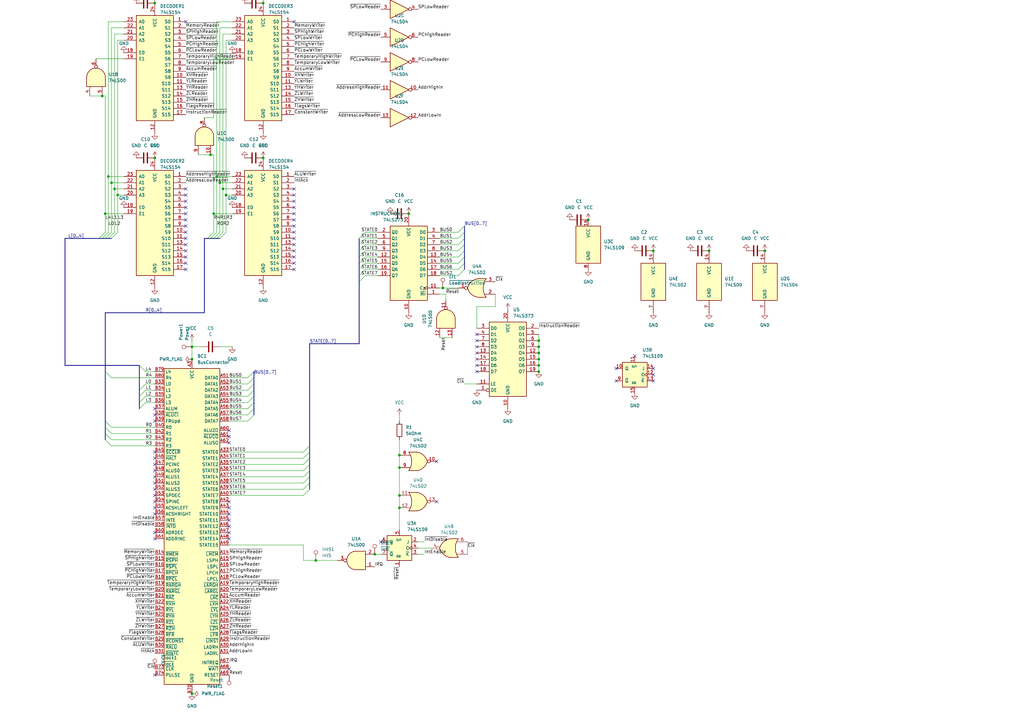
<source format=kicad_sch>
(kicad_sch (version 20250114) (generator "eeschema") (generator_version "9.0")
  (paper "A3")
  (junction (at 78.74 147.32))
  (junction (at 267.97 102.87))
  (junction (at 241.3 90.17))
  (junction (at 90.17 74.93))
  (junction (at 220.98 144.78))
  (junction (at 78.74 142.24))
  (junction (at 153.67 227.33))
  (junction (at 87.63 87.63))
  (junction (at 290.83 102.87))
  (junction (at 88.9 72.39))
  (junction (at 92.71 80.01))
  (junction (at 163.83 208.28))
  (junction (at 313.69 102.87))
  (junction (at 41.91 39.37))
  (junction (at 220.98 152.4))
  (junction (at 91.44 77.47))
  (junction (at 107.95 64.77))
  (junction (at 63.5 1.27))
  (junction (at 163.83 203.2))
  (junction (at 129.54 229.87))
  (junction (at 78.74 284.48))
  (junction (at 46.99 77.47))
  (junction (at 167.64 87.63))
  (junction (at 220.98 147.32))
  (junction (at 48.26 80.01))
  (junction (at 163.83 191.77))
  (junction (at 220.98 149.86))
  (junction (at 181.61 118.11))
  (junction (at 220.98 139.7))
  (junction (at 163.83 186.69))
  (junction (at 43.18 87.63))
  (junction (at 44.45 72.39))
  (junction (at 45.72 74.93))
  (junction (at 220.98 142.24))
  (junction (at 86.36 63.5))
  (junction (at 107.95 1.27))
  (junction (at 63.5 64.77))
  (no_connect (at 120.65 77.47))
  (no_connect (at 195.58 142.24))
  (no_connect (at 120.65 107.95))
  (no_connect (at 63.5 167.64))
  (no_connect (at 63.5 172.72))
  (no_connect (at 120.65 90.17))
  (no_connect (at 76.2 100.33))
  (no_connect (at 120.65 102.87))
  (no_connect (at 76.2 110.49))
  (no_connect (at 120.65 100.33))
  (no_connect (at 195.58 152.4))
  (no_connect (at 267.97 156.21))
  (no_connect (at 63.5 218.44))
  (no_connect (at 63.5 193.04))
  (no_connect (at 93.98 208.28))
  (no_connect (at 63.5 208.28))
  (no_connect (at 93.98 213.36))
  (no_connect (at 76.2 105.41))
  (no_connect (at 76.2 92.71))
  (no_connect (at 76.2 107.95))
  (no_connect (at 63.5 200.66))
  (no_connect (at 120.65 87.63))
  (no_connect (at 120.65 82.55))
  (no_connect (at 93.98 181.61))
  (no_connect (at 63.5 220.98))
  (no_connect (at 76.2 85.09))
  (no_connect (at 63.5 187.96))
  (no_connect (at 195.58 149.86))
  (no_connect (at 63.5 198.12))
  (no_connect (at 120.65 110.49))
  (no_connect (at 76.2 97.79))
  (no_connect (at 76.2 102.87))
  (no_connect (at 93.98 218.44))
  (no_connect (at 120.65 95.25))
  (no_connect (at 120.65 92.71))
  (no_connect (at 63.5 195.58))
  (no_connect (at 195.58 139.7))
  (no_connect (at 120.65 97.79))
  (no_connect (at 63.5 205.74))
  (no_connect (at 93.98 215.9))
  (no_connect (at 93.98 220.98))
  (no_connect (at 120.65 105.41))
  (no_connect (at 93.98 210.82))
  (no_connect (at 120.65 8.89))
  (no_connect (at 63.5 276.86))
  (no_connect (at 120.65 80.01))
  (no_connect (at 76.2 87.63))
  (no_connect (at 179.07 205.74))
  (no_connect (at 63.5 185.42))
  (no_connect (at 179.07 189.23))
  (no_connect (at 120.65 85.09))
  (no_connect (at 63.5 190.5))
  (no_connect (at 76.2 80.01))
  (no_connect (at 93.98 274.32))
  (no_connect (at 63.5 203.2))
  (no_connect (at 252.73 151.13))
  (no_connect (at 63.5 210.82))
  (no_connect (at 76.2 8.89))
  (no_connect (at 156.21 222.25))
  (no_connect (at 76.2 77.47))
  (no_connect (at 63.5 170.18))
  (no_connect (at 93.98 179.07))
  (no_connect (at 267.97 151.13))
  (no_connect (at 260.35 146.05))
  (no_connect (at 252.73 156.21))
  (no_connect (at 93.98 176.53))
  (no_connect (at 76.2 90.17))
  (no_connect (at 76.2 95.25))
  (no_connect (at 195.58 137.16))
  (no_connect (at 195.58 144.78))
  (no_connect (at 267.97 153.67))
  (no_connect (at 195.58 147.32))
  (no_connect (at 76.2 82.55))
  (no_connect (at 93.98 205.74))
  (bus_entry (at 190.5 95.25) (size -2.54 2.54))
  (bus_entry (at 147.32 100.33) (size 2.54 -2.54))
  (bus_entry (at 190.5 92.71) (size -2.54 2.54))
  (bus_entry (at 43.18 180.34) (size 2.54 2.54))
  (bus_entry (at 44.45 97.79) (size 2.54 -2.54))
  (bus_entry (at 127 190.5) (size -2.54 2.54))
  (bus_entry (at 147.32 105.41) (size 2.54 -2.54))
  (bus_entry (at 147.32 113.03) (size 2.54 -2.54))
  (bus_entry (at 104.14 162.56) (size -2.54 2.54))
  (bus_entry (at 87.63 97.79) (size 2.54 -2.54))
  (bus_entry (at 86.36 97.79) (size 2.54 -2.54))
  (bus_entry (at 43.18 97.79) (size 2.54 -2.54))
  (bus_entry (at 104.14 152.4) (size -2.54 2.54))
  (bus_entry (at 43.18 172.72) (size 2.54 2.54))
  (bus_entry (at 57.15 165.1) (size 2.54 -2.54))
  (bus_entry (at 85.09 97.79) (size 2.54 -2.54))
  (bus_entry (at 104.14 160.02) (size -2.54 2.54))
  (bus_entry (at 190.5 110.49) (size -2.54 2.54))
  (bus_entry (at 57.15 149.86) (size 2.54 2.54))
  (bus_entry (at 104.14 154.94) (size -2.54 2.54))
  (bus_entry (at 147.32 97.79) (size 2.54 -2.54))
  (bus_entry (at 57.15 167.64) (size 2.54 -2.54))
  (bus_entry (at 147.32 115.57) (size 2.54 -2.54))
  (bus_entry (at 104.14 170.18) (size -2.54 2.54))
  (bus_entry (at 127 200.66) (size -2.54 2.54))
  (bus_entry (at 57.15 160.02) (size 2.54 -2.54))
  (bus_entry (at 127 198.12) (size -2.54 2.54))
  (bus_entry (at 127 193.04) (size -2.54 2.54))
  (bus_entry (at 147.32 110.49) (size 2.54 -2.54))
  (bus_entry (at 147.32 102.87) (size 2.54 -2.54))
  (bus_entry (at 43.18 177.8) (size 2.54 2.54))
  (bus_entry (at 127 185.42) (size -2.54 2.54))
  (bus_entry (at 41.91 97.79) (size 2.54 -2.54))
  (bus_entry (at 127 182.88) (size -2.54 2.54))
  (bus_entry (at 40.64 97.79) (size 2.54 -2.54))
  (bus_entry (at 127 187.96) (size -2.54 2.54))
  (bus_entry (at 190.5 107.95) (size -2.54 2.54))
  (bus_entry (at 104.14 167.64) (size -2.54 2.54))
  (bus_entry (at 45.72 97.79) (size 2.54 -2.54))
  (bus_entry (at 90.17 97.79) (size 2.54 -2.54))
  (bus_entry (at 104.14 165.1) (size -2.54 2.54))
  (bus_entry (at 190.5 97.79) (size -2.54 2.54))
  (bus_entry (at 57.15 162.56) (size 2.54 -2.54))
  (bus_entry (at 190.5 102.87) (size -2.54 2.54))
  (bus_entry (at 43.18 152.4) (size 2.54 2.54))
  (bus_entry (at 190.5 105.41) (size -2.54 2.54))
  (bus_entry (at 127 195.58) (size -2.54 2.54))
  (bus_entry (at 147.32 107.95) (size 2.54 -2.54))
  (bus_entry (at 43.18 175.26) (size 2.54 2.54))
  (bus_entry (at 88.9 97.79) (size 2.54 -2.54))
  (bus_entry (at 190.5 100.33) (size -2.54 2.54))
  (bus_entry (at 104.14 157.48) (size -2.54 2.54))
  (wire (pts (xy 87.63 87.63) (xy 95.25 87.63)))
  (wire (pts (xy 59.69 162.56) (xy 63.5 162.56)))
  (bus (pts (xy 127 182.88) (xy 127 140.97)))
  (wire (pts (xy 176.53 224.79) (xy 171.45 224.79)))
  (wire (pts (xy 220.98 147.32) (xy 220.98 149.86)))
  (wire (pts (xy 86.36 63.5) (xy 87.63 63.5)))
  (wire (pts (xy 171.45 227.33) (xy 173.99 227.33)))
  (wire (pts (xy 44.45 72.39) (xy 44.45 8.89)))
  (wire (pts (xy 149.86 107.95) (xy 154.94 107.95)))
  (bus (pts (xy 190.5 107.95) (xy 190.5 110.49)))
  (wire (pts (xy 78.74 142.24) (xy 78.74 147.32)))
  (wire (pts (xy 180.34 100.33) (xy 187.96 100.33)))
  (wire (pts (xy 180.34 107.95) (xy 187.96 107.95)))
  (bus (pts (xy 88.9 97.79) (xy 87.63 97.79)))
  (wire (pts (xy 203.2 125.73) (xy 203.2 120.65)))
  (wire (pts (xy 93.98 154.94) (xy 101.6 154.94)))
  (wire (pts (xy 149.86 97.79) (xy 154.94 97.79)))
  (wire (pts (xy 48.26 80.01) (xy 48.26 95.25)))
  (bus (pts (xy 43.18 177.8) (xy 43.18 175.26)))
  (bus (pts (xy 83.82 128.27) (xy 43.18 128.27)))
  (wire (pts (xy 50.8 16.51) (xy 48.26 16.51)))
  (wire (pts (xy 180.34 113.03) (xy 187.96 113.03)))
  (bus (pts (xy 104.14 154.94) (xy 104.14 157.48)))
  (wire (pts (xy 95.25 72.39) (xy 88.9 72.39)))
  (wire (pts (xy 149.86 110.49) (xy 154.94 110.49)))
  (wire (pts (xy 95.25 11.43) (xy 90.17 11.43)))
  (wire (pts (xy 87.63 24.13) (xy 95.25 24.13)))
  (bus (pts (xy 86.36 97.79) (xy 85.09 97.79)))
  (wire (pts (xy 93.98 170.18) (xy 101.6 170.18)))
  (wire (pts (xy 92.71 80.01) (xy 95.25 80.01)))
  (bus (pts (xy 127 140.97) (xy 147.32 140.97)))
  (wire (pts (xy 59.69 152.4) (xy 63.5 152.4)))
  (wire (pts (xy 187.96 118.11) (xy 181.61 118.11)))
  (wire (pts (xy 180.34 110.49) (xy 187.96 110.49)))
  (wire (pts (xy 163.83 180.34) (xy 163.83 186.69)))
  (wire (pts (xy 180.34 102.87) (xy 187.96 102.87)))
  (bus (pts (xy 190.5 92.71) (xy 190.5 95.25)))
  (bus (pts (xy 83.82 97.79) (xy 83.82 128.27)))
  (wire (pts (xy 93.98 223.52) (xy 124.46 223.52)))
  (wire (pts (xy 91.44 77.47) (xy 91.44 95.25)))
  (wire (pts (xy 153.67 227.33) (xy 156.21 227.33)))
  (bus (pts (xy 57.15 162.56) (xy 57.15 160.02)))
  (wire (pts (xy 91.44 13.97) (xy 95.25 13.97)))
  (wire (pts (xy 182.88 123.19) (xy 182.88 120.65)))
  (bus (pts (xy 104.14 160.02) (xy 104.14 162.56)))
  (bus (pts (xy 104.14 167.64) (xy 104.14 170.18)))
  (wire (pts (xy 92.71 80.01) (xy 92.71 95.25)))
  (bus (pts (xy 147.32 107.95) (xy 147.32 110.49)))
  (wire (pts (xy 45.72 182.88) (xy 63.5 182.88)))
  (bus (pts (xy 26.67 97.79) (xy 40.64 97.79)))
  (wire (pts (xy 45.72 180.34) (xy 63.5 180.34)))
  (bus (pts (xy 86.36 97.79) (xy 87.63 97.79)))
  (wire (pts (xy 50.8 77.47) (xy 46.99 77.47)))
  (wire (pts (xy 220.98 149.86) (xy 220.98 152.4)))
  (wire (pts (xy 44.45 8.89) (xy 50.8 8.89)))
  (wire (pts (xy 149.86 100.33) (xy 154.94 100.33)))
  (wire (pts (xy 87.63 63.5) (xy 87.63 87.63)))
  (wire (pts (xy 59.69 160.02) (xy 63.5 160.02)))
  (wire (pts (xy 163.83 191.77) (xy 163.83 203.2)))
  (wire (pts (xy 92.71 16.51) (xy 92.71 80.01)))
  (wire (pts (xy 182.88 120.65) (xy 180.34 120.65)))
  (wire (pts (xy 180.34 95.25) (xy 187.96 95.25)))
  (wire (pts (xy 45.72 154.94) (xy 63.5 154.94)))
  (bus (pts (xy 43.18 175.26) (xy 43.18 172.72)))
  (bus (pts (xy 147.32 105.41) (xy 147.32 107.95)))
  (wire (pts (xy 81.28 63.5) (xy 86.36 63.5)))
  (wire (pts (xy 41.91 39.37) (xy 43.18 39.37)))
  (wire (pts (xy 124.46 229.87) (xy 124.46 223.52)))
  (wire (pts (xy 43.18 87.63) (xy 43.18 95.25)))
  (bus (pts (xy 41.91 97.79) (xy 43.18 97.79)))
  (wire (pts (xy 129.54 229.87) (xy 138.43 229.87)))
  (bus (pts (xy 104.14 157.48) (xy 104.14 160.02)))
  (wire (pts (xy 87.63 87.63) (xy 87.63 95.25)))
  (wire (pts (xy 93.98 160.02) (xy 101.6 160.02)))
  (wire (pts (xy 163.83 170.18) (xy 163.83 172.72)))
  (wire (pts (xy 171.45 222.25) (xy 173.99 222.25)))
  (wire (pts (xy 93.98 187.96) (xy 124.46 187.96)))
  (bus (pts (xy 127 193.04) (xy 127 190.5)))
  (wire (pts (xy 195.58 134.62) (xy 195.58 125.73)))
  (bus (pts (xy 147.32 97.79) (xy 147.32 100.33)))
  (wire (pts (xy 163.83 208.28) (xy 163.83 217.17)))
  (wire (pts (xy 163.83 203.2) (xy 163.83 208.28)))
  (wire (pts (xy 220.98 137.16) (xy 220.98 139.7)))
  (wire (pts (xy 90.17 74.93) (xy 95.25 74.93)))
  (wire (pts (xy 44.45 72.39) (xy 44.45 95.25)))
  (wire (pts (xy 46.99 77.47) (xy 46.99 13.97)))
  (bus (pts (xy 43.18 128.27) (xy 43.18 152.4)))
  (bus (pts (xy 90.17 97.79) (xy 88.9 97.79)))
  (wire (pts (xy 180.34 105.41) (xy 187.96 105.41)))
  (wire (pts (xy 90.17 11.43) (xy 90.17 74.93)))
  (bus (pts (xy 127 185.42) (xy 127 182.88)))
  (wire (pts (xy 45.72 177.8) (xy 63.5 177.8)))
  (wire (pts (xy 195.58 157.48) (xy 190.5 157.48)))
  (wire (pts (xy 46.99 13.97) (xy 50.8 13.97)))
  (wire (pts (xy 93.98 157.48) (xy 101.6 157.48)))
  (wire (pts (xy 220.98 139.7) (xy 220.98 142.24)))
  (wire (pts (xy 95.25 77.47) (xy 91.44 77.47)))
  (wire (pts (xy 87.63 48.26) (xy 87.63 24.13)))
  (bus (pts (xy 127 200.66) (xy 127 198.12)))
  (wire (pts (xy 90.17 74.93) (xy 90.17 95.25)))
  (wire (pts (xy 45.72 11.43) (xy 45.72 74.93)))
  (wire (pts (xy 220.98 144.78) (xy 220.98 147.32)))
  (wire (pts (xy 45.72 175.26) (xy 63.5 175.26)))
  (wire (pts (xy 83.82 48.26) (xy 87.63 48.26)))
  (wire (pts (xy 50.8 72.39) (xy 44.45 72.39)))
  (bus (pts (xy 43.18 180.34) (xy 43.18 177.8)))
  (wire (pts (xy 93.98 195.58) (xy 124.46 195.58)))
  (wire (pts (xy 90.17 142.24) (xy 95.25 142.24)))
  (wire (pts (xy 220.98 142.24) (xy 220.98 144.78)))
  (bus (pts (xy 127 195.58) (xy 127 193.04)))
  (wire (pts (xy 93.98 200.66) (xy 124.46 200.66)))
  (wire (pts (xy 43.18 87.63) (xy 50.8 87.63)))
  (wire (pts (xy 93.98 162.56) (xy 101.6 162.56)))
  (wire (pts (xy 59.69 157.48) (xy 63.5 157.48)))
  (wire (pts (xy 78.74 139.7) (xy 78.74 142.24)))
  (wire (pts (xy 45.72 74.93) (xy 50.8 74.93)))
  (wire (pts (xy 93.98 172.72) (xy 101.6 172.72)))
  (bus (pts (xy 190.5 105.41) (xy 190.5 107.95)))
  (wire (pts (xy 149.86 102.87) (xy 154.94 102.87)))
  (bus (pts (xy 147.32 110.49) (xy 147.32 113.03)))
  (bus (pts (xy 127 190.5) (xy 127 187.96)))
  (bus (pts (xy 147.32 115.57) (xy 147.32 140.97)))
  (bus (pts (xy 147.32 102.87) (xy 147.32 105.41)))
  (wire (pts (xy 36.83 39.37) (xy 41.91 39.37)))
  (bus (pts (xy 127 187.96) (xy 127 185.42)))
  (bus (pts (xy 44.45 97.79) (xy 45.72 97.79)))
  (wire (pts (xy 95.25 16.51) (xy 92.71 16.51)))
  (wire (pts (xy 39.37 24.13) (xy 50.8 24.13)))
  (wire (pts (xy 191.77 222.25) (xy 191.77 227.33)))
  (bus (pts (xy 104.14 152.4) (xy 104.14 154.94)))
  (wire (pts (xy 93.98 203.2) (xy 124.46 203.2)))
  (bus (pts (xy 190.5 102.87) (xy 190.5 105.41)))
  (wire (pts (xy 88.9 72.39) (xy 88.9 95.25)))
  (bus (pts (xy 127 198.12) (xy 127 195.58)))
  (wire (pts (xy 163.83 186.69) (xy 163.83 191.77)))
  (bus (pts (xy 85.09 97.79) (xy 83.82 97.79)))
  (wire (pts (xy 46.99 77.47) (xy 46.99 95.25)))
  (bus (pts (xy 40.64 97.79) (xy 41.91 97.79)))
  (bus (pts (xy 57.15 149.86) (xy 57.15 160.02)))
  (bus (pts (xy 147.32 100.33) (xy 147.32 102.87)))
  (bus (pts (xy 57.15 165.1) (xy 57.15 162.56)))
  (wire (pts (xy 50.8 11.43) (xy 45.72 11.43)))
  (wire (pts (xy 48.26 80.01) (xy 50.8 80.01)))
  (wire (pts (xy 149.86 113.03) (xy 154.94 113.03)))
  (bus (pts (xy 26.67 97.79) (xy 26.67 149.86)))
  (wire (pts (xy 180.34 138.43) (xy 185.42 138.43)))
  (wire (pts (xy 82.55 142.24) (xy 78.74 142.24)))
  (wire (pts (xy 93.98 193.04) (xy 124.46 193.04)))
  (wire (pts (xy 59.69 165.1) (xy 63.5 165.1)))
  (bus (pts (xy 147.32 113.03) (xy 147.32 115.57)))
  (bus (pts (xy 57.15 167.64) (xy 57.15 165.1)))
  (wire (pts (xy 93.98 165.1) (xy 101.6 165.1)))
  (wire (pts (xy 48.26 16.51) (xy 48.26 80.01)))
  (wire (pts (xy 180.34 97.79) (xy 187.96 97.79)))
  (bus (pts (xy 190.5 100.33) (xy 190.5 102.87)))
  (wire (pts (xy 124.46 185.42) (xy 93.98 185.42)))
  (wire (pts (xy 43.18 39.37) (xy 43.18 87.63)))
  (bus (pts (xy 43.18 152.4) (xy 43.18 172.72)))
  (wire (pts (xy 195.58 125.73) (xy 203.2 125.73)))
  (wire (pts (xy 149.86 105.41) (xy 154.94 105.41)))
  (wire (pts (xy 88.9 8.89) (xy 95.25 8.89)))
  (bus (pts (xy 190.5 97.79) (xy 190.5 100.33)))
  (bus (pts (xy 190.5 95.25) (xy 190.5 97.79)))
  (bus (pts (xy 104.14 165.1) (xy 104.14 167.64)))
  (wire (pts (xy 45.72 74.93) (xy 45.72 95.25)))
  (wire (pts (xy 91.44 77.47) (xy 91.44 13.97)))
  (bus (pts (xy 104.14 162.56) (xy 104.14 165.1)))
  (wire (pts (xy 181.61 118.11) (xy 180.34 118.11)))
  (wire (pts (xy 93.98 190.5) (xy 124.46 190.5)))
  (wire (pts (xy 93.98 167.64) (xy 101.6 167.64)))
  (wire (pts (xy 154.94 95.25) (xy 149.86 95.25)))
  (wire (pts (xy 129.54 229.87) (xy 124.46 229.87)))
  (bus (pts (xy 26.67 149.86) (xy 57.15 149.86)))
  (bus (pts (xy 43.18 97.79) (xy 44.45 97.79)))
  (wire (pts (xy 88.9 72.39) (xy 88.9 8.89)))
  (wire (pts (xy 93.98 198.12) (xy 124.46 198.12)))
  (label "~{Reset}" (at 182.88 120.65 0))
  (label "~{MemoryReader}" (at 76.2 11.43 0))
  (label "~{Clk}" (at 190.5 157.48 180))
  (label "STATE7" (at 93.98 203.2 0))
  (label "~{ZHWriter}" (at 120.65 41.91 0))
  (label "BUS[0..7]" (at 104.14 153.67 0))
  (label "AddrLowIn" (at 93.98 267.97 0))
  (label "R2" (at 59.69 180.34 0))
  (label "BUS4" (at 93.98 165.1 0))
  (label "~{InstructionReader}" (at 220.98 134.62 0))
  (label "~{PCHighReader}" (at 76.2 19.05 0))
  (label "~{PCHighWriter}" (at 63.5 234.95 180))
  (label "~{ZLWriter}" (at 120.65 39.37 0))
  (label "PCHighReader" (at 93.98 234.95 0))
  (label "STATE2" (at 93.98 190.5 0))
  (label "STATE5" (at 93.98 198.12 0))
  (label "~{ZLReader}" (at 93.98 255.27 0))
  (label "AddrHighIn" (at 93.98 265.43 0))
  (label "STATE1" (at 93.98 187.96 0))
  (label "BUS1" (at 180.34 97.79 0))
  (label "BUS0" (at 93.98 154.94 0))
  (label "~{YLWriter}" (at 63.5 250.19 180))
  (label "STATE[0..7]" (at 127 140.97 0))
  (label "R4" (at 59.69 154.94 0))
  (label "BUS5" (at 93.98 167.64 0))
  (label "BUS2" (at 180.34 100.33 0))
  (label "STATE1" (at 154.94 97.79 180))
  (label "~{TemporaryLowReader}" (at 76.2 26.67 0))
  (label "SPHighReader" (at 93.98 229.87 0))
  (label "Reset" (at 93.98 276.86 0))
  (label "SPHighReader" (at 171.45 -7.62 0))
  (label "L3" (at 59.69 165.1 0))
  (label "~{XHReader}" (at 76.2 31.75 0))
  (label "~{AddressHighReader}" (at 156.21 36.83 180))
  (label "~{InstructionReader}" (at 76.2 46.99 0))
  (label "BUS3" (at 93.98 162.56 0))
  (label "STATE3" (at 154.94 102.87 180))
  (label "~{SPLowReader}" (at 76.2 16.51 0))
  (label "~{ALUWriter}" (at 63.5 265.43 180))
  (label "STATE6" (at 154.94 110.49 180))
  (label "~{ZHReader}" (at 93.98 257.81 0))
  (label "STATE7" (at 154.94 113.03 180))
  (label "R[0..4]" (at 59.69 128.27 0))
  (label "STATE2" (at 154.94 100.33 180))
  (label "BUS7" (at 180.34 113.03 0))
  (label "R4" (at 87.63 90.17 0))
  (label "~{FlagsWriter}" (at 120.65 44.45 0))
  (label "L4" (at 59.69 152.4 0))
  (label "R1" (at 59.69 177.8 0))
  (label "~{AddressHighReader}" (at 76.2 72.39 0))
  (label "~{TemporaryHighReader}" (at 93.98 240.03 0))
  (label "~{Reset}" (at 163.83 232.41 270))
  (label "BUS3" (at 180.34 102.87 0))
  (label "L2" (at 46.99 92.71 0))
  (label "L0" (at 59.69 157.48 0))
  (label "R0" (at 59.69 175.26 0))
  (label "L2" (at 59.69 162.56 0))
  (label "~{IntAck}" (at 120.65 74.93 0))
  (label "~{InstructionReader}" (at 93.98 262.89 0))
  (label "~{YHReader}" (at 93.98 252.73 0))
  (label "~{AddressLowReader}" (at 76.2 74.93 0))
  (label "~{ConstantWriter}" (at 120.65 46.99 0))
  (label "~{ALUWriter}" (at 120.65 72.39 0))
  (label "~{ZLWriter}" (at 63.5 255.27 180))
  (label "~{IntDisable}" (at 173.99 222.25 0))
  (label "~{PCLowReader}" (at 76.2 21.59 0))
  (label "BUS6" (at 180.34 110.49 0))
  (label "~{AccumReader}" (at 93.98 245.11 0))
  (label "~{ZHWriter}" (at 63.5 257.81 180))
  (label "~{FlagsReader}" (at 76.2 44.45 0))
  (label "L3" (at 48.26 90.17 0))
  (label "BUS4" (at 180.34 105.41 0))
  (label "~{AccumWriter}" (at 63.5 245.11 180))
  (label "~{FlagsReader}" (at 93.98 260.35 0))
  (label "~{MemoryWriter}" (at 120.65 11.43 0))
  (label "~{PCHighWriter}" (at 120.65 19.05 0))
  (label "~{IntAck}" (at 63.5 267.97 180))
  (label "STATE0" (at 154.94 95.25 180))
  (label "PCLowReader" (at 171.45 25.4 0))
  (label "~{YHWriter}" (at 120.65 36.83 0))
  (label "~{PCHighReader}" (at 156.21 15.24 180))
  (label "~{SPLowReader}" (at 156.21 3.81 180))
  (label "BUS5" (at 180.34 107.95 0))
  (label "BUS[0..7]" (at 190.5 92.71 0))
  (label "~{MemoryReader}" (at 93.98 227.33 0))
  (label "~{XHReader}" (at 93.98 247.65 0))
  (label "~{TemporaryHighWriter}" (at 63.5 240.03 180))
  (label "L0" (at 44.45 92.71 0))
  (label "~{Clk}" (at 63.5 274.32 180))
  (label "~{ZLReader}" (at 76.2 39.37 0))
  (label "IntEnable" (at 63.5 213.36 180))
  (label "AddrHighIn" (at 171.45 36.83 0))
  (label "STATE4" (at 93.98 195.58 0))
  (label "L[0..4]" (at 27.94 97.79 0))
  (label "R3" (at 92.71 90.17 0))
  (label "L1" (at 59.69 160.02 0))
  (label "~{YLReader}" (at 93.98 250.19 0))
  (label "~{ZHReader}" (at 76.2 41.91 0))
  (label "R1" (at 90.17 90.17 0))
  (label "BUS6" (at 93.98 170.18 0))
  (label "~{SPLowWriter}" (at 63.5 232.41 180))
  (label "L1" (at 45.72 90.17 0))
  (label "~{SPLowWriter}" (at 120.65 16.51 0))
  (label "~{Clk}" (at 203.2 115.57 0))
  (label "IRQ" (at 93.98 271.78 0))
  (label "STATE4" (at 154.94 105.41 180))
  (label "IntEnable" (at 173.99 227.33 0))
  (label "STATE0" (at 93.98 185.42 0))
  (label "~{PCLowWriter}" (at 120.65 21.59 0))
  (label "~{XHWriter}" (at 120.65 31.75 0))
  (label "R3" (at 59.69 182.88 0))
  (label "~{AccumReader}" (at 76.2 29.21 0))
  (label "~{SPHighReader}" (at 76.2 13.97 0))
  (label "~{FlagsWriter}" (at 63.5 260.35 180))
  (label "~{SPHighWriter}" (at 63.5 229.87 180))
  (label "~{AccumWriter}" (at 120.65 29.21 0))
  (label "SPLowReader" (at 171.45 3.81 0))
  (label "~{TemporaryHighWriter}" (at 120.65 24.13 0))
  (label "L4" (at 43.18 90.17 0))
  (label "~{XHWriter}" (at 63.5 247.65 180))
  (label "BUS7" (at 93.98 172.72 0))
  (label "BUS2" (at 93.98 160.02 0))
  (label "AddrLowIn" (at 171.45 48.26 0))
  (label "~{IntDisable}" (at 63.5 215.9 180))
  (label "~{TemporaryLowWriter}" (at 63.5 242.57 180))
  (label "STATE6" (at 93.98 200.66 0))
  (label "PCLowReader" (at 93.98 237.49 0))
  (label "~{AddressLowReader}" (at 156.21 48.26 180))
  (label "STATE5" (at 154.94 107.95 180))
  (label "Reset" (at 182.88 138.43 270))
  (label "~{SPHighWriter}" (at 120.65 13.97 0))
  (label "~{YLReader}" (at 76.2 34.29 0))
  (label "R0" (at 88.9 92.71 0))
  (label "IRQ" (at 153.67 232.41 0))
  (label "~{PCLowWriter}" (at 63.5 237.49 180))
  (label "STATE3" (at 93.98 193.04 0))
  (label "~{YHReader}" (at 76.2 36.83 0))
  (label "BUS0" (at 180.34 95.25 0))
  (label "BUS1" (at 93.98 157.48 0))
  (label "~{Clk}" (at 191.77 224.79 0))
  (label "~{ConstantWriter}" (at 63.5 262.89 180))
  (label "R2" (at 91.44 92.71 0))
  (label "~{TemporaryHighReader}" (at 76.2 24.13 0))
  (label "~{YLWriter}" (at 120.65 34.29 0))
  (label "~{PCLowReader}" (at 156.21 25.4 180))
  (label "~{MemoryWriter}" (at 63.5 227.33 180))
  (label "SPLowReader" (at 93.98 232.41 0))
  (label "~{YHWriter}" (at 63.5 252.73 180))
  (label "~{TemporaryLowWriter}" (at 120.65 26.67 0))
  (label "~{TemporaryLowReader}" (at 93.98 242.57 0))
  (label "~{SPHighReader}" (at 156.21 -7.62 180))
  (label "PCHighReader" (at 171.45 15.24 0))
  (symbol (lib_id "power:GND") (at 241.3 110.49 0) (unit 1)
    (property "Reference" "#PWR05" (effects (hide yes)))
    (property "Value" "GND" (at 241.3 115.57 0))
    (property "Description" "Power symbol creates a global label with name \"GND\" , ground" (effects (hide yes)))
  )
  (symbol (lib_id "power:GND") (at 290.83 128.27 0) (unit 1)
    (property "Reference" "#PWR015" (effects (hide yes)))
    (property "Value" "GND" (at 290.83 133.35 0))
    (property "Description" "Power symbol creates a global label with name \"GND\" , ground" (effects (hide yes)))
  )
  (symbol (lib_id "74xx:74LS00") (at 290.83 115.57 0) (unit 5)
    (property "Reference" "U1" (at 297.18 114.2999 0) (effects (justify left)))
    (property "Value" "74LS00" (at 297.18 116.8399 0) (effects (justify left)))
    (property "Footprint" "Package_DIP:DIP-14_W7.62mm_Socket_LongPads" (effects (hide yes)))
    (property "Datasheet" "http://www.ti.com/lit/gpn/sn74ls00" (effects (hide yes)))
    (property "Description" "quad 2-input NAND gate" (effects (hide yes)))
  )
  (symbol (lib_id "Device:C") (at 59.69 1.27 270) (unit 1)
    (property "Reference" "C9" (at 59.69 -6.35 90))
    (property "Value" "C" (at 59.69 -3.81 90))
    (property "Footprint" "Capacitor_THT:C_Disc_D5.0mm_W2.5mm_P2.50mm" (effects (hide yes)))
    (property "Description" "Unpolarized capacitor" (effects (hide yes)))
  )
  (symbol (lib_id "power:GND") (at 260.35 161.29 0) (unit 1)
    (property "Reference" "#PWR04" (effects (hide yes)))
    (property "Value" "GND" (at 260.35 166.37 0))
    (property "Description" "Power symbol creates a global label with name \"GND\" , ground" (effects (hide yes)))
  )
  (symbol (lib_id "power:VCC") (at 267.97 102.87 0) (unit 1)
    (property "Reference" "#PWR09" (effects (hide yes)))
    (property "Value" "VCC" (at 267.97 97.79 0))
    (property "Description" "Power symbol creates a global label with name \"VCC\"" (effects (hide yes)))
  )
  (symbol (lib_id "Device:C") (at 59.69 64.77 270) (unit 1)
    (property "Reference" "C10" (at 59.69 57.15 90))
    (property "Value" "C" (at 59.69 59.69 90))
    (property "Footprint" "Capacitor_THT:C_Disc_D5.0mm_W2.5mm_P2.50mm" (effects (hide yes)))
    (property "Description" "Unpolarized capacitor" (effects (hide yes)))
  )
  (symbol (lib_id "74xx:74LS02") (at 184.15 224.79 180) (unit 2)
    (property "Reference" "U4" (at 184.15 215.9 0))
    (property "Value" "74LS02" (at 184.15 218.44 0))
    (property "Footprint" "Package_DIP:DIP-14_W7.62mm_Socket_LongPads" (effects (hide yes)))
    (property "Datasheet" "http://www.ti.com/lit/gpn/sn74ls02" (effects (hide yes)))
    (property "Description" "quad 2-input NOR gate" (effects (hide yes)))
  )
  (symbol (lib_id "Connector:TestPoint") (at 153.67 227.33 0) (unit 1)
    (property "Reference" "~{IntE}1" (at 156.21 222.7579 0) (effects (justify left)))
    (property "Value" "~{IntE}" (at 156.21 225.2979 0) (effects (justify left)))
    (property "Footprint" "TestPoint:TestPoint_Pad_D1.0mm" (effects (hide yes)))
    (property "Description" "test point" (effects (hide yes)))
  )
  (symbol (lib_id "power:GND") (at 283.21 102.87 180) (unit 1)
    (property "Reference" "#PWR010" (effects (hide yes)))
    (property "Value" "GND" (at 283.21 97.79 0))
    (property "Description" "Power symbol creates a global label with name \"GND\" , ground" (effects (hide yes)))
  )
  (symbol (lib_id "power:GND") (at 55.88 64.77 180) (unit 1)
    (property "Reference" "#PWR084" (effects (hide yes)))
    (property "Value" "GND" (at 55.88 59.69 0))
    (property "Description" "Power symbol creates a global label with name \"GND\" , ground" (effects (hide yes)))
  )
  (symbol (lib_id "74xx:74LS154") (at 107.95 90.17 0) (unit 1)
    (property "Reference" "DECODER4" (at 110.0933 66.04 0) (effects (justify left)))
    (property "Value" "74LS154" (at 110.0933 68.58 0) (effects (justify left)))
    (property "Footprint" "Package_DIP:DIP-24_W7.62mm_Socket_LongPads" (effects (hide yes)))
    (property "Datasheet" "http://www.ti.com/lit/gpn/sn74LS154" (effects (hide yes)))
    (property "Description" "Decoder 4 to 16" (effects (hide yes)))
  )
  (symbol (lib_id "74xx:74LS04") (at 163.83 36.83 0) (unit 5)
    (property "Reference" "U2" (at 163.83 27.94 0))
    (property "Value" "74LS04" (at 163.83 30.48 0))
    (property "Footprint" "Package_DIP:DIP-14_W7.62mm_Socket_LongPads" (effects (hide yes)))
    (property "Datasheet" "http://www.ti.com/lit/gpn/sn74LS04" (effects (hide yes)))
    (property "Description" "Hex Inverter" (effects (hide yes)))
  )
  (symbol (lib_id "Connector:TestPoint") (at 129.54 229.87 0) (unit 1)
    (property "Reference" "IntS1" (at 132.08 225.2979 0) (effects (justify left)))
    (property "Value" "IntS" (at 132.08 227.8379 0) (effects (justify left)))
    (property "Footprint" "TestPoint:TestPoint_Pad_D1.0mm" (effects (hide yes)))
    (property "Description" "test point" (effects (hide yes)))
  )
  (symbol (lib_id "power:VCC") (at 241.3 90.17 0) (unit 1)
    (property "Reference" "#PWR07" (effects (hide yes)))
    (property "Value" "VCC" (at 241.3 85.09 0))
    (property "Description" "Power symbol creates a global label with name \"VCC\"" (effects (hide yes)))
  )
  (symbol (lib_id "74xx:74LS02") (at 195.58 118.11 180) (unit 1)
    (property "Reference" "U4" (at 195.58 109.22 0))
    (property "Value" "74LS02" (at 195.58 111.76 0))
    (property "Footprint" "Package_DIP:DIP-14_W7.62mm_Socket_LongPads" (effects (hide yes)))
    (property "Datasheet" "http://www.ti.com/lit/gpn/sn74ls02" (effects (hide yes)))
    (property "Description" "quad 2-input NOR gate" (effects (hide yes)))
  )
  (symbol (lib_id "74xx:74LS02") (at 267.97 115.57 0) (unit 5)
    (property "Reference" "U4" (at 274.32 114.2999 0) (effects (justify left)))
    (property "Value" "74LS02" (at 274.32 116.8399 0) (effects (justify left)))
    (property "Footprint" "Package_DIP:DIP-14_W7.62mm_Socket_LongPads" (effects (hide yes)))
    (property "Datasheet" "http://www.ti.com/lit/gpn/sn74ls02" (effects (hide yes)))
    (property "Description" "quad 2-input NOR gate" (effects (hide yes)))
  )
  (symbol (lib_id "power:VCC") (at 107.95 1.27 0) (unit 1)
    (property "Reference" "#PWR046" (effects (hide yes)))
    (property "Value" "VCC" (at 107.95 -3.81 0))
    (property "Description" "Power symbol creates a global label with name \"VCC\"" (effects (hide yes)))
  )
  (symbol (lib_id "power:GND") (at 306.07 102.87 180) (unit 1)
    (property "Reference" "#PWR012" (effects (hide yes)))
    (property "Value" "GND" (at 306.07 97.79 0))
    (property "Description" "Power symbol creates a global label with name \"GND\" , ground" (effects (hide yes)))
  )
  (symbol (lib_id "74xx:74LS154") (at 63.5 90.17 0) (unit 1)
    (property "Reference" "DECODER2" (at 65.6433 66.04 0) (effects (justify left)))
    (property "Value" "74LS154" (at 65.6433 68.58 0) (effects (justify left)))
    (property "Footprint" "Package_DIP:DIP-24_W7.62mm_Socket_LongPads" (effects (hide yes)))
    (property "Datasheet" "http://www.ti.com/lit/gpn/sn74LS154" (effects (hide yes)))
    (property "Description" "Decoder 4 to 16" (effects (hide yes)))
  )
  (symbol (lib_id "power:GND") (at 233.68 90.17 180) (unit 1)
    (property "Reference" "#PWR06" (effects (hide yes)))
    (property "Value" "GND" (at 233.68 85.09 0))
    (property "Description" "Power symbol creates a global label with name \"GND\" , ground" (effects (hide yes)))
  )
  (symbol (lib_id "power:GND") (at 95.25 21.59 180) (unit 1)
    (property "Reference" "#PWR044" (effects (hide yes)))
    (property "Value" "GND" (at 95.25 17.78 0))
    (property "Description" "Power symbol creates a global label with name \"GND\" , ground" (effects (hide yes)))
  )
  (symbol (lib_id "74xx:74LS00") (at 83.82 55.88 90) (unit 3)
    (property "Reference" "U1" (at 88.9 54.6182 90) (effects (justify right)))
    (property "Value" "74LS00" (at 88.9 57.1582 90) (effects (justify right)))
    (property "Footprint" "Package_DIP:DIP-14_W7.62mm_Socket_LongPads" (effects (hide yes)))
    (property "Datasheet" "http://www.ti.com/lit/gpn/sn74ls00" (effects (hide yes)))
    (property "Description" "quad 2-input NAND gate" (effects (hide yes)))
  )
  (symbol (lib_id "power:GND") (at 100.33 64.77 180) (unit 1)
    (property "Reference" "#PWR086" (effects (hide yes)))
    (property "Value" "GND" (at 100.33 59.69 0))
    (property "Description" "Power symbol creates a global label with name \"GND\" , ground" (effects (hide yes)))
  )
  (symbol (lib_id "Device:C") (at 264.16 102.87 270) (unit 1)
    (property "Reference" "C2" (at 264.16 95.25 90))
    (property "Value" "C" (at 264.16 97.79 90))
    (property "Footprint" "Capacitor_THT:C_Disc_D5.0mm_W2.5mm_P2.50mm" (effects (hide yes)))
    (property "Description" "Unpolarized capacitor" (effects (hide yes)))
  )
  (symbol (lib_id "Device:C") (at 104.14 1.27 270) (unit 1)
    (property "Reference" "C11" (at 104.14 -6.35 90))
    (property "Value" "C" (at 104.14 -3.81 90))
    (property "Footprint" "Capacitor_THT:C_Disc_D5.0mm_W2.5mm_P2.50mm" (effects (hide yes)))
    (property "Description" "Unpolarized capacitor" (effects (hide yes)))
  )
  (symbol (lib_id "74xx:74LS02") (at 171.45 205.74 0) (unit 4)
    (property "Reference" "U4" (at 171.45 196.85 0))
    (property "Value" "74LS02" (at 171.45 199.39 0))
    (property "Footprint" "Package_DIP:DIP-14_W7.62mm_Socket_LongPads" (effects (hide yes)))
    (property "Datasheet" "http://www.ti.com/lit/gpn/sn74ls02" (effects (hide yes)))
    (property "Description" "quad 2-input NOR gate" (effects (hide yes)))
  )
  (symbol (lib_id "power:GND") (at 95.25 142.24 0) (unit 1)
    (property "Reference" "#PWR018" (effects (hide yes)))
    (property "Value" "GND" (at 95.25 147.32 0))
    (property "Description" "Power symbol creates a global label with name \"GND\" , ground" (effects (hide yes)))
  )
  (symbol (lib_id "power:GND") (at 100.33 1.27 180) (unit 1)
    (property "Reference" "#PWR085" (effects (hide yes)))
    (property "Value" "GND" (at 100.33 -3.81 0))
    (property "Description" "Power symbol creates a global label with name \"GND\" , ground" (effects (hide yes)))
  )
  (symbol (lib_id "power:VCC") (at 290.83 102.87 0) (unit 1)
    (property "Reference" "#PWR011" (effects (hide yes)))
    (property "Value" "VCC" (at 290.83 97.79 0))
    (property "Description" "Power symbol creates a global label with name \"VCC\"" (effects (hide yes)))
  )
  (symbol (lib_id "power:GND") (at 208.28 167.64 0) (unit 1)
    (property "Reference" "#PWR019" (effects (hide yes)))
    (property "Value" "GND" (at 208.28 172.72 0))
    (property "Description" "Power symbol creates a global label with name \"GND\" , ground" (effects (hide yes)))
  )
  (symbol (lib_id "74xx:74LS02") (at 171.45 189.23 0) (unit 3)
    (property "Reference" "U4" (at 171.45 180.34 0))
    (property "Value" "74LS02" (at 171.45 182.88 0))
    (property "Footprint" "Package_DIP:DIP-14_W7.62mm_Socket_LongPads" (effects (hide yes)))
    (property "Datasheet" "http://www.ti.com/lit/gpn/sn74ls02" (effects (hide yes)))
    (property "Description" "quad 2-input NOR gate" (effects (hide yes)))
  )
  (symbol (lib_id "Device:C") (at 86.36 142.24 90) (unit 1)
    (property "Reference" "C5" (at 86.36 134.62 90))
    (property "Value" "C" (at 86.36 137.16 90))
    (property "Footprint" "Capacitor_THT:C_Radial_D6.3mm_H5.0mm_P2.50mm" (effects (hide yes)))
    (property "Description" "Unpolarized capacitor" (effects (hide yes)))
  )
  (symbol (lib_id "74xx:74LS154") (at 63.5 26.67 0) (unit 1)
    (property "Reference" "DECODER1" (at 65.6433 2.54 0) (effects (justify left)))
    (property "Value" "74LS154" (at 65.6433 5.08 0) (effects (justify left)))
    (property "Footprint" "Package_DIP:DIP-24_W7.62mm_Socket_LongPads" (effects (hide yes)))
    (property "Datasheet" "http://www.ti.com/lit/gpn/sn74LS154" (effects (hide yes)))
    (property "Description" "Decoder 4 to 16" (effects (hide yes)))
  )
  (symbol (lib_id "74xx:74LS109") (at 260.35 153.67 0) (mirror y) (unit 2)
    (property "Reference" "U3" (at 263.4681 143.51 0) (effects (justify right)))
    (property "Value" "74LS109" (at 263.4681 146.05 0) (effects (justify right)))
    (property "Footprint" "Package_DIP:DIP-16_W7.62mm_Socket_LongPads" (effects (hide yes)))
    (property "Datasheet" "http://www.ti.com/lit/gpn/sn74LS109" (effects (hide yes)))
    (property "Description" "Dual JK Flip-Flop, Set & Reset" (effects (hide yes)))
  )
  (symbol (lib_id "Connector:TestPoint") (at 78.74 142.24 90) (unit 1)
    (property "Reference" "Power1" (at 74.1679 139.7 0) (effects (justify left)))
    (property "Value" "Power" (at 76.7079 139.7 0) (effects (justify left)))
    (property "Footprint" "TestPoint:TestPoint_Pad_D1.0mm" (effects (hide yes)))
    (property "Description" "test point" (effects (hide yes)))
  )
  (symbol (lib_id "power:GND") (at 267.97 128.27 0) (unit 1)
    (property "Reference" "#PWR014" (effects (hide yes)))
    (property "Value" "GND" (at 267.97 133.35 0))
    (property "Description" "Power symbol creates a global label with name \"GND\" , ground" (effects (hide yes)))
  )
  (symbol (lib_id "power:GND") (at 160.02 87.63 180) (unit 1)
    (property "Reference" "#PWR090" (effects (hide yes)))
    (property "Value" "GND" (at 160.02 82.55 0))
    (property "Description" "Power symbol creates a global label with name \"GND\" , ground" (effects (hide yes)))
  )
  (symbol (lib_id "power:GND") (at 95.25 85.09 180) (unit 1)
    (property "Reference" "#PWR045" (effects (hide yes)))
    (property "Value" "GND" (at 95.25 81.28 0))
    (property "Description" "Power symbol creates a global label with name \"GND\" , ground" (effects (hide yes)))
  )
  (symbol (lib_id "power:GND") (at 313.69 128.27 0) (unit 1)
    (property "Reference" "#PWR016" (effects (hide yes)))
    (property "Value" "GND" (at 313.69 133.35 0))
    (property "Description" "Power symbol creates a global label with name \"GND\" , ground" (effects (hide yes)))
  )
  (symbol (lib_id "74xx:74LS04") (at 313.69 115.57 0) (unit 7)
    (property "Reference" "U2" (at 320.04 114.2999 0) (effects (justify left)))
    (property "Value" "74LS04" (at 320.04 116.8399 0) (effects (justify left)))
    (property "Footprint" "Package_DIP:DIP-14_W7.62mm_Socket_LongPads" (effects (hide yes)))
    (property "Datasheet" "http://www.ti.com/lit/gpn/sn74LS04" (effects (hide yes)))
    (property "Description" "Hex Inverter" (effects (hide yes)))
  )
  (symbol (lib_id "74xx:74LS04") (at 163.83 3.81 0) (unit 2)
    (property "Reference" "U2" (at 163.83 -3.81 0))
    (property "Value" "74LS04" (at 163.83 -1.27 0))
    (property "Footprint" "Package_DIP:DIP-14_W7.62mm_Socket_LongPads" (effects (hide yes)))
    (property "Datasheet" "http://www.ti.com/lit/gpn/sn74LS04" (effects (hide yes)))
    (property "Description" "Hex Inverter" (effects (hide yes)))
  )
  (symbol (lib_id "power:VCC") (at 78.74 139.7 0) (unit 1)
    (property "Reference" "#PWR02" (effects (hide yes)))
    (property "Value" "VCC" (at 78.74 134.62 0))
    (property "Description" "Power symbol creates a global label with name \"VCC\"" (effects (hide yes)))
  )
  (symbol (lib_id "Device:C") (at 163.83 87.63 270) (unit 1)
    (property "Reference" "C16" (at 163.83 80.01 90))
    (property "Value" "C" (at 163.83 82.55 90))
    (property "Footprint" "Capacitor_THT:C_Disc_D5.0mm_W2.5mm_P2.50mm" (effects (hide yes)))
    (property "Description" "Unpolarized capacitor" (effects (hide yes)))
  )
  (symbol (lib_id "74xx:74LS04") (at 163.83 -7.62 0) (unit 1)
    (property "Reference" "U2" (at 163.83 -15.24 0))
    (property "Value" "74LS04" (at 163.83 -12.7 0))
    (property "Footprint" "Package_DIP:DIP-14_W7.62mm_Socket_LongPads" (effects (hide yes)))
    (property "Datasheet" "http://www.ti.com/lit/gpn/sn74LS04" (effects (hide yes)))
    (property "Description" "Hex Inverter" (effects (hide yes)))
  )
  (symbol (lib_id "Device:C") (at 287.02 102.87 270) (unit 1)
    (property "Reference" "C3" (at 287.02 95.25 90))
    (property "Value" "C" (at 287.02 97.79 90))
    (property "Footprint" "Capacitor_THT:C_Disc_D5.0mm_W2.5mm_P2.50mm" (effects (hide yes)))
    (property "Description" "Unpolarized capacitor" (effects (hide yes)))
  )
  (symbol (lib_id "Device:C") (at 237.49 90.17 270) (unit 1)
    (property "Reference" "C1" (at 237.49 82.55 90))
    (property "Value" "C" (at 237.49 85.09 90))
    (property "Footprint" "Capacitor_THT:C_Disc_D5.0mm_W2.5mm_P2.50mm" (effects (hide yes)))
    (property "Description" "Unpolarized capacitor" (effects (hide yes)))
  )
  (symbol (lib_id "Connector:TestPoint") (at 63.5 274.32 0) (unit 1)
    (property "Reference" "~{Clock}1" (at 66.04 269.7479 0) (effects (justify left)))
    (property "Value" "~{Clock}" (at 66.04 272.2879 0) (effects (justify left)))
    (property "Footprint" "TestPoint:TestPoint_Pad_D1.0mm" (effects (hide yes)))
    (property "Description" "test point" (effects (hide yes)))
  )
  (symbol (lib_id "power:GND") (at 78.74 284.48 0) (unit 1)
    (property "Reference" "#PWR01" (effects (hide yes)))
    (property "Value" "GND" (at 78.74 289.56 0))
    (property "Description" "Power symbol creates a global label with name \"GND\" , ground" (effects (hide yes)))
  )
  (symbol (lib_id "74xx:74LS04") (at 163.83 25.4 0) (unit 4)
    (property "Reference" "U2" (at 163.83 16.51 0))
    (property "Value" "74LS04" (at 163.83 19.05 0))
    (property "Footprint" "Package_DIP:DIP-14_W7.62mm_Socket_LongPads" (effects (hide yes)))
    (property "Datasheet" "http://www.ti.com/lit/gpn/sn74LS04" (effects (hide yes)))
    (property "Description" "Hex Inverter" (effects (hide yes)))
  )
  (symbol (lib_id "power:GND") (at 167.64 128.27 0) (unit 1)
    (property "Reference" "#PWR03" (effects (hide yes)))
    (property "Value" "GND" (at 167.64 133.35 0))
    (property "Description" "Power symbol creates a global label with name \"GND\" , ground" (effects (hide yes)))
  )
  (symbol (lib_id "power:GND") (at 107.95 54.61 0) (unit 1)
    (property "Reference" "#PWR047" (effects (hide yes)))
    (property "Value" "GND" (at 107.95 59.69 0))
    (property "Description" "Power symbol creates a global label with name \"GND\" , ground" (effects (hide yes)))
  )
  (symbol (lib_id "power:GND") (at 50.8 21.59 180) (unit 1)
    (property "Reference" "#PWR042" (effects (hide yes)))
    (property "Value" "GND" (at 50.8 17.78 0))
    (property "Description" "Power symbol creates a global label with name \"GND\" , ground" (effects (hide yes)))
  )
  (symbol (lib_id "power:GND") (at 195.58 160.02 0) (unit 1)
    (property "Reference" "#PWR017" (effects (hide yes)))
    (property "Value" "GND" (at 195.58 165.1 0))
    (property "Description" "Power symbol creates a global label with name \"GND\" , ground" (effects (hide yes)))
  )
  (symbol (lib_id "power:VCC") (at 313.69 102.87 0) (unit 1)
    (property "Reference" "#PWR013" (effects (hide yes)))
    (property "Value" "VCC" (at 313.69 97.79 0))
    (property "Description" "Power symbol creates a global label with name \"VCC\"" (effects (hide yes)))
  )
  (symbol (lib_id "Device:C") (at 104.14 64.77 270) (unit 1)
    (property "Reference" "C12" (at 104.14 57.15 90))
    (property "Value" "C" (at 104.14 59.69 90))
    (property "Footprint" "Capacitor_THT:C_Disc_D5.0mm_W2.5mm_P2.50mm" (effects (hide yes)))
    (property "Description" "Unpolarized capacitor" (effects (hide yes)))
  )
  (symbol (lib_id "74xx:74LS109") (at 241.3 100.33 0) (mirror y) (unit 3)
    (property "Reference" "U3" (at 247.65 99.0599 0) (effects (justify right)))
    (property "Value" "74LS109" (at 247.65 101.5999 0) (effects (justify right)))
    (property "Footprint" "Package_DIP:DIP-16_W7.62mm_Socket_LongPads" (effects (hide yes)))
    (property "Datasheet" "http://www.ti.com/lit/gpn/sn74LS109" (effects (hide yes)))
    (property "Description" "Dual JK Flip-Flop, Set & Reset" (effects (hide yes)))
  )
  (symbol (lib_id "Connector:TestPoint") (at 181.61 118.11 0) (unit 1)
    (property "Reference" "~{LI}1" (at 184.15 113.5379 0) (effects (justify left)))
    (property "Value" "~{LoadInstruction}" (at 184.15 116.0779 0) (effects (justify left)))
    (property "Footprint" "TestPoint:TestPoint_Pad_D1.0mm" (effects (hide yes)))
    (property "Description" "test point" (effects (hide yes)))
  )
  (symbol (lib_id "Device:C") (at 309.88 102.87 270) (unit 1)
    (property "Reference" "C4" (at 309.88 95.25 90))
    (property "Value" "C" (at 309.88 97.79 90))
    (property "Footprint" "Capacitor_THT:C_Disc_D5.0mm_W2.5mm_P2.50mm" (effects (hide yes)))
    (property "Description" "Unpolarized capacitor" (effects (hide yes)))
  )
  (symbol (lib_id "74xx:74LS373") (at 208.28 147.32 0) (unit 1)
    (property "Reference" "U5" (at 210.4233 127 0) (effects (justify left)))
    (property "Value" "74LS373" (at 210.4233 129.54 0) (effects (justify left)))
    (property "Datasheet" "http://www.ti.com/lit/gpn/sn74LS373" (effects (hide yes)))
    (property "Description" "8-bit Latch, 3-state outputs" (effects (hide yes)))
  )
  (symbol (lib_id "power:PWR_FLAG") (at 78.74 284.48 270) (unit 1)
    (property "Reference" "#FLG02" (effects (hide yes)))
    (property "Value" "PWR_FLAG" (at 82.55 284.4799 90) (effects (justify left)))
    (property "Description" "Special symbol for telling ERC where power comes from" (effects (hide yes)))
  )
  (symbol (lib_id "power:VCC") (at 107.95 64.77 0) (unit 1)
    (property "Reference" "#PWR048" (effects (hide yes)))
    (property "Value" "VCC" (at 107.95 59.69 0))
    (property "Description" "Power symbol creates a global label with name \"VCC\"" (effects (hide yes)))
  )
  (symbol (lib_id "power:GND") (at 63.5 118.11 0) (unit 1)
    (property "Reference" "#PWR039" (effects (hide yes)))
    (property "Value" "GND" (at 63.5 123.19 0))
    (property "Description" "Power symbol creates a global label with name \"GND\" , ground" (effects (hide yes)))
  )
  (symbol (lib_id "power:GND") (at 63.5 54.61 0) (unit 1)
    (property "Reference" "#PWR040" (effects (hide yes)))
    (property "Value" "GND" (at 63.5 59.69 0))
    (property "Description" "Power symbol creates a global label with name \"GND\" , ground" (effects (hide yes)))
  )
  (symbol (lib_id "cpu816symbols:BusConnector") (at 78.74 215.9 0) (unit 1)
    (property "Reference" "BC1" (at 80.8833 146.05 0) (effects (justify left)))
    (property "Value" "BusConnector" (at 80.8833 148.59 0) (effects (justify left)))
    (property "Footprint" "Connector_PCBEdge:BUS_PCIexpress_x16" (effects (hide yes)))
    (property "Description" "PCI Express bus connector" (effects (hide yes)))
  )
  (symbol (lib_id "power:GND") (at 107.95 118.11 0) (unit 1)
    (property "Reference" "#PWR049" (effects (hide yes)))
    (property "Value" "GND" (at 107.95 123.19 0))
    (property "Description" "Power symbol creates a global label with name \"GND\" , ground" (effects (hide yes)))
  )
  (symbol (lib_id "power:GND") (at 220.98 152.4 0) (unit 1)
    (property "Reference" "#PWR021" (effects (hide yes)))
    (property "Value" "GND" (at 220.98 157.48 0))
    (property "Description" "Power symbol creates a global label with name \"GND\" , ground" (effects (hide yes)))
  )
  (symbol (lib_id "power:GND") (at 260.35 102.87 180) (unit 1)
    (property "Reference" "#PWR08" (effects (hide yes)))
    (property "Value" "GND" (at 260.35 97.79 0))
    (property "Description" "Power symbol creates a global label with name \"GND\" , ground" (effects (hide yes)))
  )
  (symbol (lib_id "74xx:74LS109") (at 163.83 224.79 0) (mirror y) (unit 1)
    (property "Reference" "U3" (at 166.9481 214.63 0) (effects (justify right)))
    (property "Value" "74LS109" (at 166.9481 217.17 0) (effects (justify right)))
    (property "Footprint" "Package_DIP:DIP-16_W7.62mm_Socket_LongPads" (effects (hide yes)))
    (property "Datasheet" "http://www.ti.com/lit/gpn/sn74LS109" (effects (hide yes)))
    (property "Description" "Dual JK Flip-Flop, Set & Reset" (effects (hide yes)))
  )
  (symbol (lib_id "Connector:TestPoint") (at 93.98 276.86 180) (unit 1)
    (property "Reference" "Reset1" (at 91.44 281.4321 0) (effects (justify left)))
    (property "Value" "Reset" (at 91.44 278.8921 0) (effects (justify left)))
    (property "Footprint" "TestPoint:TestPoint_Pad_D1.0mm" (effects (hide yes)))
    (property "Description" "test point" (effects (hide yes)))
  )
  (symbol (lib_id "power:GND") (at 55.88 1.27 180) (unit 1)
    (property "Reference" "#PWR083" (effects (hide yes)))
    (property "Value" "GND" (at 55.88 -3.81 0))
    (property "Description" "Power symbol creates a global label with name \"GND\" , ground" (effects (hide yes)))
  )
  (symbol (lib_id "power:VCC") (at 63.5 64.77 0) (unit 1)
    (property "Reference" "#PWR038" (effects (hide yes)))
    (property "Value" "VCC" (at 63.5 59.69 0))
    (property "Description" "Power symbol creates a global label with name \"VCC\"" (effects (hide yes)))
  )
  (symbol (lib_id "74xx:74LS04") (at 163.83 48.26 0) (unit 6)
    (property "Reference" "U2" (at 163.83 39.37 0))
    (property "Value" "74LS04" (at 163.83 41.91 0))
    (property "Footprint" "Package_DIP:DIP-14_W7.62mm_Socket_LongPads" (effects (hide yes)))
    (property "Datasheet" "http://www.ti.com/lit/gpn/sn74LS04" (effects (hide yes)))
    (property "Description" "Hex Inverter" (effects (hide yes)))
  )
  (symbol (lib_id "74xx:74LS04") (at 163.83 15.24 0) (unit 3)
    (property "Reference" "U2" (at 163.83 6.35 0))
    (property "Value" "74LS04" (at 163.83 8.89 0))
    (property "Footprint" "Package_DIP:DIP-14_W7.62mm_Socket_LongPads" (effects (hide yes)))
    (property "Datasheet" "http://www.ti.com/lit/gpn/sn74LS04" (effects (hide yes)))
    (property "Description" "Hex Inverter" (effects (hide yes)))
  )
  (symbol (lib_id "power:PWR_FLAG") (at 78.74 147.32 90) (unit 1)
    (property "Reference" "#FLG01" (effects (hide yes)))
    (property "Value" "PWR_FLAG" (at 74.93 147.3199 90) (effects (justify left)))
    (property "Description" "Special symbol for telling ERC where power comes from" (effects (hide yes)))
  )
  (symbol (lib_id "74xx:74LS00") (at 39.37 31.75 90) (unit 2)
    (property "Reference" "U1" (at 44.45 30.4882 90) (effects (justify right)))
    (property "Value" "74LS00" (at 44.45 33.0282 90) (effects (justify right)))
    (property "Footprint" "Package_DIP:DIP-14_W7.62mm_Socket_LongPads" (effects (hide yes)))
    (property "Datasheet" "http://www.ti.com/lit/gpn/sn74ls00" (effects (hide yes)))
    (property "Description" "quad 2-input NAND gate" (effects (hide yes)))
  )
  (symbol (lib_id "power:VCC") (at 163.83 170.18 0) (unit 1)
    (property "Reference" "#PWR052" (effects (hide yes)))
    (property "Value" "VCC" (at 163.83 165.1 0))
    (property "Description" "Power symbol creates a global label with name \"VCC\"" (effects (hide yes)))
  )
  (symbol (lib_id "power:VCC") (at 63.5 1.27 0) (unit 1)
    (property "Reference" "#PWR041" (effects (hide yes)))
    (property "Value" "VCC" (at 63.5 -3.81 0))
    (property "Description" "Power symbol creates a global label with name \"VCC\"" (effects (hide yes)))
  )
  (symbol (lib_id "74xx:74LS00") (at 182.88 130.81 90) (unit 4)
    (property "Reference" "U1" (at 173.99 130.8183 0))
    (property "Value" "74LS00" (at 176.53 130.8183 0))
    (property "Footprint" "Package_DIP:DIP-14_W7.62mm_Socket_LongPads" (effects (hide yes)))
    (property "Datasheet" "http://www.ti.com/lit/gpn/sn74ls00" (effects (hide yes)))
    (property "Description" "quad 2-input NAND gate" (effects (hide yes)))
  )
  (symbol (lib_id "74xx:74LS154") (at 107.95 26.67 0) (unit 1)
    (property "Reference" "DECODER3" (at 110.0933 2.54 0) (effects (justify left)))
    (property "Value" "74LS154" (at 110.0933 5.08 0) (effects (justify left)))
    (property "Footprint" "Package_DIP:DIP-24_W7.62mm_Socket_LongPads" (effects (hide yes)))
    (property "Datasheet" "http://www.ti.com/lit/gpn/sn74LS154" (effects (hide yes)))
    (property "Description" "Decoder 4 to 16" (effects (hide yes)))
  )
  (symbol (lib_id "power:VCC") (at 167.64 87.63 0) (unit 1)
    (property "Reference" "#PWR037" (effects (hide yes)))
    (property "Value" "VCC" (at 167.64 82.55 0))
    (property "Description" "Power symbol creates a global label with name \"VCC\"" (effects (hide yes)))
  )
  (symbol (lib_id "74xx:74LS273") (at 167.64 107.95 0) (mirror y) (unit 1)
    (property "Reference" "INSTRUCTION1" (at 165.4967 87.63 0) (effects (justify left)))
    (property "Value" "74LS273" (at 165.4967 90.17 0) (effects (justify left)))
    (property "Footprint" "Package_DIP:DIP-20_W7.62mm_Socket_LongPads" (effects (hide yes)))
    (property "Datasheet" "http://www.ti.com/lit/gpn/sn74LS273" (effects (hide yes)))
    (property "Description" "8-bit D Flip-Flop, reset" (effects (hide yes)))
  )
  (symbol (lib_id "Device:R") (at 163.83 176.53 0) (unit 1)
    (property "Reference" "R1" (at 166.37 175.2599 0) (effects (justify left)))
    (property "Value" "5kOhm" (at 166.37 177.7999 0) (effects (justify left)))
    (property "Footprint" "Resistor_THT:R_Axial_DIN0207_L6.3mm_D2.5mm_P7.62mm_Horizontal" (effects (hide yes)))
    (property "Description" "Resistor" (effects (hide yes)))
  )
  (symbol (lib_id "power:GND") (at 50.8 85.09 180) (unit 1)
    (property "Reference" "#PWR043" (effects (hide yes)))
    (property "Value" "GND" (at 50.8 81.28 0))
    (property "Description" "Power symbol creates a global label with name \"GND\" , ground" (effects (hide yes)))
  )
  (symbol (lib_id "74xx:74LS00") (at 146.05 229.87 180) (unit 1)
    (property "Reference" "U1" (at 146.0583 220.98 0))
    (property "Value" "74LS00" (at 146.0583 223.52 0))
    (property "Footprint" "Package_DIP:DIP-14_W7.62mm_Socket_LongPads" (effects (hide yes)))
    (property "Datasheet" "http://www.ti.com/lit/gpn/sn74ls00" (effects (hide yes)))
    (property "Description" "quad 2-input NAND gate" (effects (hide yes)))
  )
  (symbol (lib_id "power:VCC") (at 208.28 127 0) (unit 1)
    (property "Reference" "#PWR020" (effects (hide yes)))
    (property "Value" "VCC" (at 208.28 121.92 0))
    (property "Description" "Power symbol creates a global label with name \"VCC\"" (effects (hide yes)))
  )
)
</source>
